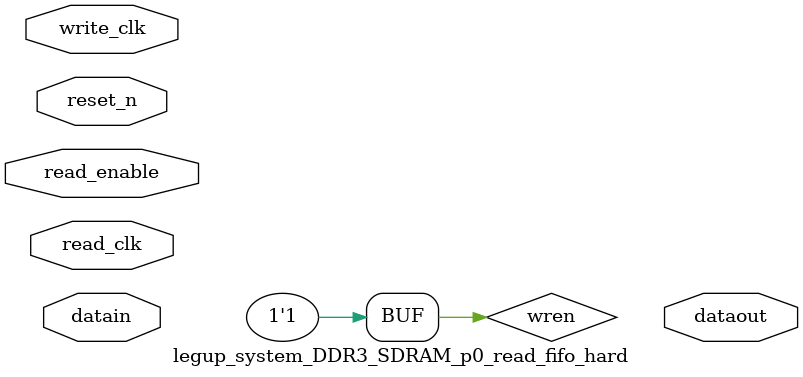
<source format=v>



`timescale 1 ps / 1 ps

module legup_system_DDR3_SDRAM_p0_read_fifo_hard(
	write_clk,
	read_clk,
	read_enable,
	reset_n,
	datain,
	dataout
);

// ******************************************************************************************************************************** 
// BEGIN PARAMETER SECTION
// All parameters default to "" will have their values passed in from higher level wrapper with the controller and driver 

parameter DQ_GROUP_WIDTH = "";

localparam RATE_MULT = 2;


// END PARAMETER SECTION
// ******************************************************************************************************************************** 

input	write_clk;
input	read_clk;
input	read_enable;
input	reset_n;
input	[DQ_GROUP_WIDTH*2-1:0] datain;
output	[RATE_MULT*DQ_GROUP_WIDTH*2-1:0] dataout;


// ******************************************************************************************************************************** 
// Instantiate write-enable circuitry inside the DQS logic block
// ******************************************************************************************************************************** 

// The read_clk is expected to be a strobe that only toggles when there
// is valid data, so wren is tied to 1
wire wren = 1'b1;
	

// ******************************************************************************************************************************** 
// Instantiate read-enable circuitry inside the DQS logic block
// ******************************************************************************************************************************** 
wire read_enable_tmp;
wire plus2_tmp;
stratixv_read_fifo_read_enable fifo_read_enable (
	.re(read_enable),
	.rclk(),
	.plus2(1'b0), 
	.areset(),
	.reout (read_enable_tmp),
	.plus2out (plus2_tmp)
);
defparam fifo_read_enable.use_stalled_read_enable = "false";

// ******************************************************************************************************************************** 
// Instantiate hard read-fifo. 
// ******************************************************************************************************************************** 
generate
genvar dq_count;
	for (dq_count=0; dq_count<DQ_GROUP_WIDTH; dq_count=dq_count+1)
	begin:read_fifos
		// The datain bus is the read data for the current DQS group
		// coming out of the DDIO. Its width is 2x of each DQS group on the
		// memory interface. The bus is ordered by time slot:
		//
		// D0_T1, D0_T0
		//
		// The dataout bus is the read data going out of the FIFO. In FR, it has
		// the same width as datain. In HR, it 2x the datain width. The bus is
		// ordered by time slot.
		//
		// FR: D0_T1, D0_T0
		// HR: D0_T3, D0_T2, D0_T1, D0_T0
		stratixv_read_fifo fifo (
			.wclk(write_clk),
			.we(wren),
			.rclk(read_clk),
			.re(read_enable_tmp),
			.areset(~reset_n),
			.plus2(plus2_tmp),
			.datain({datain[dq_count], datain[dq_count + DQ_GROUP_WIDTH]}),
			.dataout({
					dataout[dq_count + (DQ_GROUP_WIDTH * 0)],
					dataout[dq_count + (DQ_GROUP_WIDTH * 1)],
					dataout[dq_count + (DQ_GROUP_WIDTH * 2)],
					dataout[dq_count + (DQ_GROUP_WIDTH * 3)]
								})
		);
		defparam fifo.use_half_rate_read = "true";
		defparam fifo.sim_wclk_pre_delay = 100;
	end
endgenerate

endmodule

</source>
